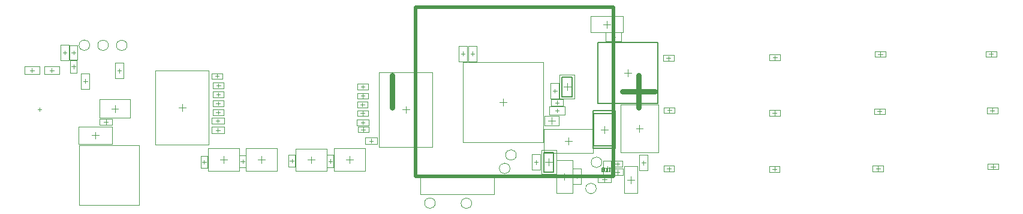
<source format=gbo>
G04*
G04 #@! TF.GenerationSoftware,Altium Limited,CircuitMaker,2.2.1 (2.2.1.6)*
G04*
G04 Layer_Color=13813960*
%FSLAX24Y24*%
%MOIN*%
G70*
G04*
G04 #@! TF.SameCoordinates,07040E79-6860-4804-BF28-05383503267E*
G04*
G04*
G04 #@! TF.FilePolarity,Positive*
G04*
G01*
G75*
%ADD11C,0.0039*%
%ADD13C,0.0100*%
%ADD14C,0.0079*%
%ADD15C,0.0059*%
%ADD17C,0.0050*%
%ADD18C,0.0020*%
%ADD98C,0.0200*%
%ADD99C,0.0300*%
D11*
X4197Y3888D02*
X7544D01*
Y542D02*
Y3888D01*
X4197Y542D02*
X7544D01*
X4197D02*
Y3888D01*
X26015Y640D02*
G03*
X26015Y640I-295J0D01*
G01*
X33251Y2925D02*
G03*
X33251Y2925I-295J0D01*
G01*
X5818Y9449D02*
G03*
X5818Y9449I-295J0D01*
G01*
X6859Y9444D02*
G03*
X6859Y9444I-295J0D01*
G01*
X4780Y9454D02*
G03*
X4780Y9454I-295J0D01*
G01*
X28144Y2582D02*
G03*
X28144Y2582I-295J0D01*
G01*
X28494Y3332D02*
G03*
X28494Y3332I-295J0D01*
G01*
X32941Y1465D02*
G03*
X32941Y1465I-295J0D01*
G01*
X23988Y649D02*
G03*
X23988Y649I-295J0D01*
G01*
X4542Y7346D02*
Y7563D01*
X4434Y7455D02*
X4651D01*
X35147Y4818D02*
X35541D01*
X35344Y4621D02*
Y5015D01*
X19835Y6135D02*
X20051D01*
X19943Y6027D02*
Y6243D01*
X5983Y5913D02*
X6377D01*
X6180Y5717D02*
Y6110D01*
X14134Y3066D02*
X14528D01*
X14331Y2869D02*
Y3263D01*
X23154Y1127D02*
X27249D01*
Y2229D01*
X23154D02*
X27249D01*
X23154Y1127D02*
Y2229D01*
X27562Y6272D02*
X27956D01*
X27759Y6075D02*
Y6469D01*
X1573Y7947D02*
Y8163D01*
X1465Y8055D02*
X1681D01*
X2676Y7947D02*
Y8163D01*
X2567Y8055D02*
X2784D01*
X19965Y5027D02*
Y5243D01*
X19857Y5135D02*
X20074D01*
X20426Y4012D02*
Y4228D01*
X20317Y4120D02*
X20534D01*
X18047Y2987D02*
X18264D01*
X18155Y2879D02*
Y3095D01*
X15908Y3001D02*
X16125D01*
X16017Y2893D02*
Y3109D01*
X13173Y2978D02*
X13390D01*
X13281Y2870D02*
Y3087D01*
X11029Y2946D02*
X11246D01*
X11138Y2838D02*
Y3054D01*
X19218Y2866D02*
Y3260D01*
X19021Y3063D02*
X19414D01*
X17093Y2863D02*
Y3257D01*
X16897Y3060D02*
X17290D01*
X12228Y2865D02*
Y3259D01*
X12032Y3062D02*
X12425D01*
X11904Y5137D02*
Y5353D01*
X11796Y5245D02*
X12012D01*
X11909Y4612D02*
Y4829D01*
X11801Y4720D02*
X12017D01*
X22351Y5661D02*
Y6055D01*
X22154Y5858D02*
X22548D01*
X20874Y7925D02*
X23827D01*
X20874Y3791D02*
X23827D01*
X20874D02*
Y7925D01*
X23827Y3791D02*
Y7925D01*
X9922Y5775D02*
Y6169D01*
X9725Y5972D02*
X10119D01*
X8445Y3905D02*
X11398D01*
X8445Y8039D02*
X11398D01*
Y3905D02*
Y8039D01*
X8445Y3905D02*
Y8039D01*
X29492Y2925D02*
X29709D01*
X29600Y2816D02*
Y3033D01*
X30300Y2738D02*
Y3131D01*
X30104Y2935D02*
X30497D01*
X31876Y2037D02*
Y2253D01*
X31767Y2145D02*
X31984D01*
X30979Y2125D02*
X31373D01*
X31176Y1928D02*
Y2322D01*
X33278Y1975D02*
X33514D01*
X33396Y1857D02*
Y2093D01*
X33988Y2385D02*
X34244D01*
X34116Y2257D02*
Y2513D01*
X36983Y2452D02*
Y2688D01*
X36865Y2570D02*
X37101D01*
X33546Y2487D02*
Y2703D01*
X33437Y2595D02*
X33654D01*
X34007Y2845D02*
X34224D01*
X34116Y2737D02*
Y2953D01*
X34870Y1754D02*
Y2148D01*
X34673Y1951D02*
X35067D01*
X35576Y2786D02*
Y3002D01*
X35467Y2894D02*
X35684D01*
X33189Y4745D02*
X33583D01*
X33386Y4548D02*
Y4942D01*
X33536Y10418D02*
Y10812D01*
X33339Y10615D02*
X33733D01*
X37001Y5712D02*
Y5948D01*
X36883Y5830D02*
X37119D01*
X36956Y8617D02*
Y8853D01*
X36838Y8735D02*
X37074D01*
X42871Y8652D02*
Y8888D01*
X42753Y8770D02*
X42989D01*
X42849Y2426D02*
Y2662D01*
X42731Y2544D02*
X42967D01*
X42735Y5675D02*
X42972D01*
X42853Y5557D02*
Y5793D01*
X48690Y5642D02*
Y5878D01*
X48572Y5760D02*
X48809D01*
X48728Y8837D02*
Y9073D01*
X48610Y8955D02*
X48846D01*
X48606Y2457D02*
Y2693D01*
X48488Y2575D02*
X48724D01*
X54878Y2685D02*
X55114D01*
X54996Y2567D02*
Y2803D01*
X54835Y5815D02*
X55072D01*
X54953Y5697D02*
Y5933D01*
X54893Y8847D02*
Y9083D01*
X54775Y8965D02*
X55012D01*
X33791Y9923D02*
X34007D01*
X33899Y9815D02*
Y10032D01*
X34509Y7905D02*
X34903D01*
X34706Y7708D02*
Y8102D01*
X26066Y8877D02*
Y9093D01*
X25957Y8985D02*
X26174D01*
X11823Y6713D02*
X12040D01*
X11932Y6605D02*
Y6822D01*
X11832Y7213D02*
X12049D01*
X11940Y7105D02*
Y7322D01*
X11810Y5715D02*
X12026D01*
X11918Y5607D02*
Y5823D01*
X11812Y6203D02*
X12029D01*
X11921Y6094D02*
Y6311D01*
X11748Y7734D02*
X11964D01*
X11856Y7625D02*
Y7842D01*
X30259Y5252D02*
X30653D01*
X30456Y5055D02*
Y5448D01*
X19847Y6625D02*
X20063D01*
X19955Y6517D02*
Y6733D01*
X19845Y5665D02*
X20062D01*
X19953Y5557D02*
Y5773D01*
X5570Y5175D02*
X5806D01*
X5688Y5057D02*
Y5293D01*
X3886Y8930D02*
Y9146D01*
X3777Y9038D02*
X3994D01*
X30769Y6144D02*
Y6361D01*
X30661Y6252D02*
X30877D01*
X3778Y8265D02*
X3994D01*
X3886Y8157D02*
Y8373D01*
X19859Y7149D02*
X20076D01*
X19968Y7040D02*
Y7257D01*
X30531Y6902D02*
X30747D01*
X30639Y6794D02*
Y7011D01*
X6326Y8027D02*
X6542D01*
X6434Y7918D02*
Y8135D01*
X3396Y8927D02*
Y9143D01*
X3287Y9035D02*
X3504D01*
X31319Y6941D02*
Y7335D01*
X31122Y7138D02*
X31516D01*
X19877Y4750D02*
X20094D01*
X19985Y4642D02*
Y4858D01*
X25417Y8986D02*
X25634D01*
X25526Y8878D02*
Y9094D01*
X30768Y5694D02*
Y5911D01*
X30660Y5802D02*
X30876D01*
X5100Y4228D02*
Y4622D01*
X4904Y4425D02*
X5297D01*
D13*
X22887Y11584D02*
X33911D01*
Y2135D02*
Y11584D01*
X22887Y2135D02*
X33911D01*
X22887D02*
Y11584D01*
D14*
X32772Y3695D02*
X34000D01*
Y5795D01*
X32772D02*
X34000D01*
X32772Y3695D02*
Y5795D01*
D15*
X30576Y2385D02*
Y3485D01*
X30025Y2385D02*
X30576D01*
X30025D02*
Y3485D01*
X30576D01*
X31044Y6588D02*
Y7688D01*
X31595D01*
Y6588D02*
Y7688D01*
X31044Y6588D02*
X31595D01*
X32811Y3839D02*
X33961D01*
Y5650D01*
X32811D02*
X33961D01*
X32811Y3839D02*
Y5650D01*
D17*
X33248Y2406D02*
Y2612D01*
X33352D01*
X33386Y2578D01*
Y2544D01*
X33352Y2509D01*
X33248D01*
X33352D01*
X33386Y2475D01*
Y2441D01*
X33352Y2406D01*
X33248D01*
X33455D02*
X33592D01*
X33523D01*
Y2612D01*
X33661D02*
X33730D01*
X33695D01*
Y2406D01*
X33661Y2441D01*
X33033Y6192D02*
X36379D01*
X33033Y9618D02*
X36379D01*
X33033Y6192D02*
Y9618D01*
X36379Y6192D02*
Y9618D01*
D18*
X4306Y7022D02*
X4779D01*
X4306Y7888D02*
X4779D01*
X4306Y7022D02*
Y7888D01*
X4779Y7022D02*
Y7888D01*
X36388Y3480D02*
Y6157D01*
X34301Y3480D02*
Y6157D01*
X36388D01*
X34301Y3480D02*
X36388D01*
X19648Y5977D02*
Y6292D01*
X20238Y5977D02*
Y6292D01*
X19648D02*
X20238D01*
X19648Y5977D02*
X20238D01*
X5334Y5402D02*
Y6425D01*
X7027Y5402D02*
Y6425D01*
X5334D02*
X7027D01*
X5334Y5402D02*
X7027D01*
X13465Y2436D02*
Y3696D01*
X15197Y2436D02*
Y3696D01*
X13465D02*
X15197D01*
X13465Y2436D02*
X15197D01*
X30003Y4028D02*
Y8516D01*
X25515Y4028D02*
Y8516D01*
Y4028D02*
X30003D01*
X25515Y8516D02*
X30003D01*
X1160Y7838D02*
X1987D01*
X1160Y8271D02*
X1987D01*
Y7838D02*
Y8271D01*
X1160Y7838D02*
Y8271D01*
X2262Y8271D02*
X3089D01*
X2262Y7838D02*
X3089D01*
X2262D02*
Y8271D01*
X3089Y7838D02*
Y8271D01*
X19623Y4958D02*
X20307D01*
X19623Y5312D02*
X20307D01*
Y4958D02*
Y5312D01*
X19623Y4958D02*
Y5312D01*
X20084Y3943D02*
X20768D01*
X20084Y4297D02*
X20768D01*
Y3943D02*
Y4297D01*
X20084Y3943D02*
Y4297D01*
X18333Y2645D02*
Y3329D01*
X17978Y2645D02*
Y3329D01*
X18333D01*
X17978Y2645D02*
X18333D01*
X16194Y2659D02*
Y3343D01*
X15840Y2659D02*
Y3343D01*
X16194D01*
X15840Y2659D02*
X16194D01*
X13459Y2637D02*
Y3320D01*
X13104Y2637D02*
Y3320D01*
X13459D01*
X13104Y2637D02*
X13459D01*
X11315Y2604D02*
Y3288D01*
X10961Y2604D02*
Y3288D01*
X11315D01*
X10961Y2604D02*
X11315D01*
X18351Y2433D02*
X20084D01*
X18351Y3693D02*
X20084D01*
Y2433D02*
Y3693D01*
X18351Y2433D02*
Y3693D01*
X16227Y2430D02*
X17960D01*
X16227Y3690D02*
X17960D01*
Y2430D02*
Y3690D01*
X16227Y2430D02*
Y3690D01*
X11362Y2432D02*
X13094D01*
X11362Y3692D02*
X13094D01*
Y2432D02*
Y3692D01*
X11362Y2432D02*
Y3692D01*
X11562Y5422D02*
X12246D01*
X11562Y5068D02*
X12246D01*
X11562D02*
Y5422D01*
X12246Y5068D02*
Y5422D01*
X11567Y4897D02*
X12251D01*
X11567Y4543D02*
X12251D01*
X11567D02*
Y4897D01*
X12251Y4543D02*
Y4897D01*
X31201Y4113D02*
X31595D01*
X31398Y3916D02*
Y4310D01*
X32776Y3444D02*
Y4782D01*
X30020D02*
X32776D01*
X30020Y3444D02*
Y4782D01*
Y3444D02*
X32776D01*
X29364Y2492D02*
Y3358D01*
X29837Y2492D02*
Y3358D01*
X29364Y2492D02*
X29837D01*
X29364Y3358D02*
X29837D01*
X29887Y3604D02*
X30714D01*
X29887Y2265D02*
X30714D01*
Y3604D01*
X29887Y2265D02*
Y3604D01*
X31640Y2578D02*
X32112D01*
X31640Y1712D02*
X32112D01*
Y2578D01*
X31640Y1712D02*
Y2578D01*
X30723Y1219D02*
Y3030D01*
X31628Y1219D02*
Y3030D01*
X30723Y1219D02*
X31628D01*
X30723Y3030D02*
X31628D01*
X33750Y1798D02*
Y2152D01*
X33041Y1798D02*
Y2152D01*
Y1798D02*
X33750D01*
X33041Y2152D02*
X33750D01*
X34431Y2208D02*
Y2562D01*
X33801Y2208D02*
Y2562D01*
Y2208D02*
X34431D01*
X33801Y2562D02*
X34431D01*
X36688Y2412D02*
X37279D01*
X36688Y2727D02*
X37279D01*
Y2412D02*
Y2727D01*
X36688Y2412D02*
Y2727D01*
X33329Y2182D02*
X33762D01*
X33329Y3008D02*
X33762D01*
X33329Y2182D02*
Y3008D01*
X33762Y2182D02*
Y3008D01*
X33820Y2687D02*
Y3002D01*
X34411Y2687D02*
Y3002D01*
X33820D02*
X34411D01*
X33820Y2687D02*
X34411D01*
X34496Y1203D02*
X35244D01*
X34496Y2699D02*
X35244D01*
X34496Y1203D02*
Y2699D01*
X35244Y1203D02*
Y2699D01*
X35340Y2461D02*
X35812D01*
X35340Y3327D02*
X35812D01*
X35340Y2461D02*
Y3327D01*
X35812Y2461D02*
Y3327D01*
X32630Y11068D02*
X34441D01*
X32630Y10162D02*
X34441D01*
X32630D02*
Y11068D01*
X34441Y10162D02*
Y11068D01*
X36706Y5672D02*
X37296D01*
X36706Y5987D02*
X37296D01*
Y5672D02*
Y5987D01*
X36706Y5672D02*
Y5987D01*
X36660Y8577D02*
X37251D01*
X36660Y8892D02*
X37251D01*
Y8577D02*
Y8892D01*
X36660Y8577D02*
Y8892D01*
X42576Y8612D02*
X43166D01*
X42576Y8927D02*
X43166D01*
Y8612D02*
Y8927D01*
X42576Y8612D02*
Y8927D01*
X42553Y2387D02*
X43144D01*
X42553Y2702D02*
X43144D01*
Y2387D02*
Y2702D01*
X42553Y2387D02*
Y2702D01*
X42558Y5517D02*
Y5832D01*
X43149Y5517D02*
Y5832D01*
X42558D02*
X43149D01*
X42558Y5517D02*
X43149D01*
X48395Y5602D02*
X48986D01*
X48395Y5917D02*
X48986D01*
Y5602D02*
Y5917D01*
X48395Y5602D02*
Y5917D01*
X48433Y8797D02*
X49023D01*
X48433Y9112D02*
X49023D01*
Y8797D02*
Y9112D01*
X48433Y8797D02*
Y9112D01*
X48310Y2417D02*
X48901D01*
X48310Y2732D02*
X48901D01*
Y2417D02*
Y2732D01*
X48310Y2417D02*
Y2732D01*
X54700Y2527D02*
Y2842D01*
X55291Y2527D02*
Y2842D01*
X54700D02*
X55291D01*
X54700Y2527D02*
X55291D01*
X54658Y5657D02*
Y5972D01*
X55249Y5657D02*
Y5972D01*
X54658D02*
X55249D01*
X54658Y5657D02*
X55249D01*
X54598Y8807D02*
X55189D01*
X54598Y9122D02*
X55189D01*
Y8807D02*
Y9122D01*
X54598Y8807D02*
Y9122D01*
X34332Y9687D02*
Y10160D01*
X33466Y9687D02*
Y10160D01*
Y9687D02*
X34332D01*
X33466Y10160D02*
X34332D01*
X25830Y9418D02*
X26302D01*
X25830Y8552D02*
X26302D01*
Y9418D01*
X25830Y8552D02*
Y9418D01*
X12227Y6556D02*
Y6871D01*
X11636Y6556D02*
Y6871D01*
Y6556D02*
X12227D01*
X11636Y6871D02*
X12227D01*
X12236Y7056D02*
Y7371D01*
X11645Y7056D02*
Y7371D01*
Y7056D02*
X12236D01*
X11645Y7371D02*
X12236D01*
X12213Y5557D02*
Y5872D01*
X11623Y5557D02*
Y5872D01*
Y5557D02*
X12213D01*
X11623Y5872D02*
X12213D01*
X12216Y6045D02*
Y6360D01*
X11625Y6045D02*
Y6360D01*
Y6045D02*
X12216D01*
X11625Y6360D02*
X12216D01*
X12151Y7576D02*
Y7891D01*
X11561Y7576D02*
Y7891D01*
Y7576D02*
X12151D01*
X11561Y7891D02*
X12151D01*
X30860Y4986D02*
Y5517D01*
X30052Y4986D02*
Y5517D01*
Y4986D02*
X30860D01*
X30052Y5517D02*
X30860D01*
X19660Y6467D02*
Y6782D01*
X20250Y6467D02*
Y6782D01*
X19660D02*
X20250D01*
X19660Y6467D02*
X20250D01*
X19658Y5507D02*
Y5822D01*
X20249Y5507D02*
Y5822D01*
X19658D02*
X20249D01*
X19658Y5507D02*
X20249D01*
X6042Y4998D02*
Y5352D01*
X5333Y4998D02*
Y5352D01*
Y4998D02*
X6042D01*
X5333Y5352D02*
X6042D01*
X3669Y8625D02*
X4102D01*
X3669Y9451D02*
X4102D01*
X3669Y8625D02*
Y9451D01*
X4102Y8625D02*
Y9451D01*
X30427Y6429D02*
X31111D01*
X30427Y6075D02*
X31111D01*
X30427D02*
Y6429D01*
X31111Y6075D02*
Y6429D01*
X3709Y7923D02*
Y8607D01*
X4063Y7923D02*
Y8607D01*
X3709Y7923D02*
X4063D01*
X3709Y8607D02*
X4063D01*
X19672Y6991D02*
Y7306D01*
X20263Y6991D02*
Y7306D01*
X19672D02*
X20263D01*
X19672Y6991D02*
X20263D01*
X30875Y6469D02*
Y7335D01*
X30403Y6469D02*
Y7335D01*
X30875D01*
X30403Y6469D02*
X30875D01*
X6670Y7594D02*
Y8460D01*
X6198Y7594D02*
Y8460D01*
X6670D01*
X6198Y7594D02*
X6670D01*
X3160Y8602D02*
X3632D01*
X3160Y9468D02*
X3632D01*
X3160Y8602D02*
Y9468D01*
X3632Y8602D02*
Y9468D01*
X30906Y6469D02*
X31733D01*
X30906Y7807D02*
X31733D01*
X30906Y6469D02*
Y7807D01*
X31733Y6469D02*
Y7807D01*
X19690Y4593D02*
Y4907D01*
X20281Y4593D02*
Y4907D01*
X19690D02*
X20281D01*
X19690Y4593D02*
X20281D01*
X25762Y8553D02*
Y9419D01*
X25290Y8553D02*
Y9419D01*
X25762D01*
X25290Y8553D02*
X25762D01*
X30335Y5566D02*
X31201D01*
X30335Y6039D02*
X31201D01*
Y5566D02*
Y6039D01*
X30335Y5566D02*
Y6039D01*
X4156Y3952D02*
X6045D01*
X4156Y4897D02*
X6045D01*
Y3952D02*
Y4897D01*
X4156Y3952D02*
Y4897D01*
X1902Y5868D02*
X2099D01*
X2001Y5769D02*
Y5966D01*
D98*
X22887Y11584D02*
X33911D01*
X22887Y2135D02*
X33911D01*
Y11584D01*
X22887Y2135D02*
Y11584D01*
D99*
X21599Y5959D02*
Y7759D01*
X35299Y5959D02*
Y7759D01*
X34399Y6859D02*
X36199D01*
M02*

</source>
